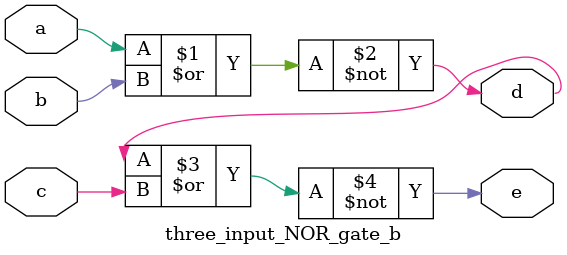
<source format=v>
`timescale 1ns / 1ps

module three_input_NOR_gate_b(
    input a, b, c,
    output d, e
    );
    
    assign d = ~(a | b);
    assign e = ~(d | c);
    
endmodule
</source>
